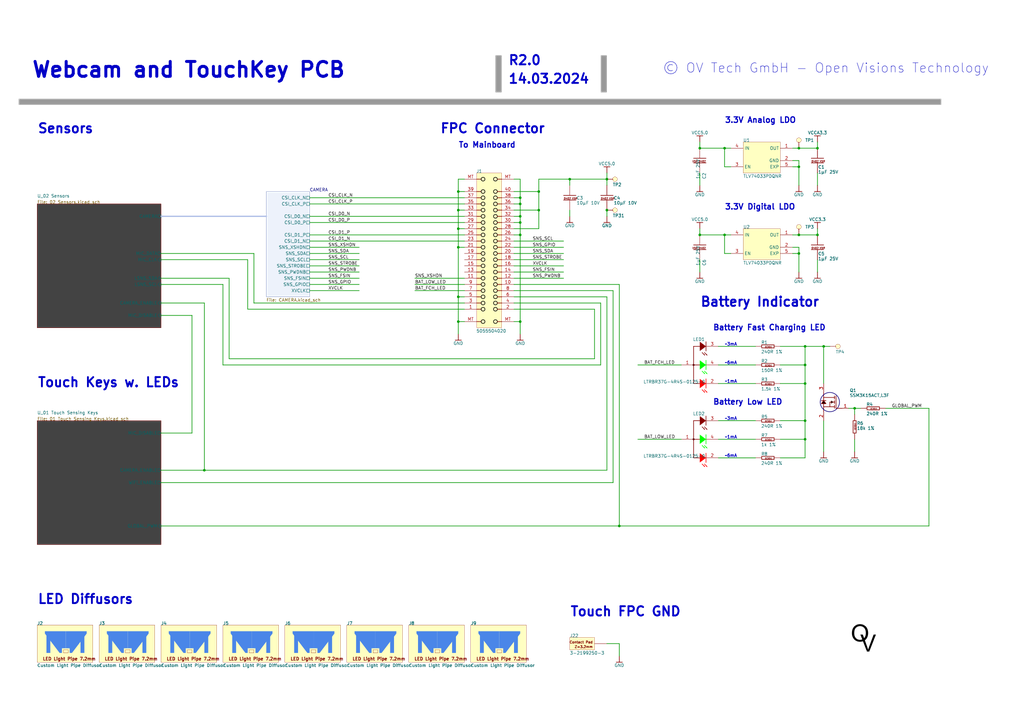
<source format=kicad_sch>
(kicad_sch (version 20231120) (generator "eeschema") (generator_version "8.0")
  (paper "A3")
  (title_block (title "00 Block Diagram") (date "2024-03-14") (rev "0.2") (company "OV Tech"))
  (lib_symbols
    (symbol "WCAM-TK-PCB-R02-altium-import:GND_BAR" (power)
      (property "Reference" "#PWR" (at 0 0 0))
      (property "Value" "GND" (at 0 3.81 0))
      (symbol "GND_BAR_0_0"
        (pin power_in line (at 0 0 0) (length 0) hide (name "GND") (number ""))
      )
    )
    (symbol "WCAM-TK-PCB-R02-altium-import:VCC3.3_BAR" (power)
      (property "Reference" "#PWR" (at 0 0 0))
      (property "Value" "VCC3.3" (at 0 3.81 0))
      (symbol "VCC3.3_BAR_0_0"
        (pin power_in line (at 0 0 0) (length 0) hide (name "VCC3.3") (number ""))
      )
    )
    (symbol "WCAM-TK-PCB-R02-altium-import:VCC5.0_BAR" (power)
      (property "Reference" "#PWR" (at 0 0 0))
      (property "Value" "VCC5.0" (at 0 3.81 0))
      (symbol "VCC5.0_BAR_0_0"
        (pin power_in line (at 0 0 0) (length 0) hide (name "VCC5.0") (number ""))
      )
    )
    (symbol "WCAM-TK-PCB-R02-altium-import:VCCA3.3_BAR" (power)
      (property "Reference" "#PWR" (at 0 0 0))
      (property "Value" "VCCA3.3" (at 0 3.81 0))
      (symbol "VCCA3.3_BAR_0_0"
        (pin power_in line (at 0 0 0) (length 0) hide (name "VCCA3.3") (number ""))
      )
    )
    (symbol "WCAM-TK-PCB-R02-altium-import:root_0_CAP_0402_10µ_10V"
      (symbol "root_0_CAP_0402_10µ_10V_1_0"
        (text "0402" (at -2.54 4.318 0) (effects (font (size 0.762 0.762)) (justify left bottom)))
        (text "X5R" (at 0.762 4.318 0) (effects (font (size 0.762 0.762)) (justify left bottom)))
        (pin passive line (at 0 10.16 270) (length 4.064) (name "1") (number "1"))
        (pin passive line (at 0 0 90) (length 4.064) (name "2") (number "2"))
      )
    )
    (symbol "WCAM-TK-PCB-R02-altium-import:root_0_CAP_0402_1µ_25V"
      (symbol "root_0_CAP_0402_1µ_25V_1_0"
        (text "0402" (at -2.54 4.318 0) (effects (font (size 0.762 0.762)) (justify left bottom)))
        (text "X5R" (at 0.762 4.318 0) (effects (font (size 0.762 0.762)) (justify left bottom)))
        (pin passive line (at 0 10.16 270) (length 4.064) (name "1") (number "1"))
        (pin passive line (at 0 0 90) (length 4.064) (name "2") (number "2"))
      )
    )
    (symbol "WCAM-TK-PCB-R02-altium-import:root_0_LDO 3.3V_TLV74033PDQNR"
      (symbol "root_0_LDO 3.3V_TLV74033PDQNR_1_0"
        (pin passive line (at 25.4 10.16 180) (length 5.08) (name "OUT") (number "1"))
        (pin passive line (at 25.4 5.08 180) (length 5.08) (name "GND") (number "2"))
        (pin passive line (at 0 2.54 0) (length 5.08) (name "EN") (number "3"))
        (pin passive line (at 0 10.16 0) (length 5.08) (name "IN") (number "4"))
        (pin passive line (at 25.4 2.54 180) (length 5.08) (name "EXP") (number "5"))
      )
    )
    (symbol "WCAM-TK-PCB-R02-altium-import:root_0_LIGHT PIPE_CUSTOM_DIFFUSOR"
      (symbol "root_0_LIGHT PIPE_CUSTOM_DIFFUSOR_1_0"
        (text "LED Light Pipe 7.2mm" (at 2.223 0.635 0) (effects (font (size 1.27 1.27) (bold yes)) (justify left bottom)))
      )
    )
    (symbol "WCAM-TK-PCB-R02-altium-import:root_0_RES_0201_1.5k_1%"
      (symbol "root_0_RES_0201_1.5k_1%_1_0"
        (text "0201" (at 3.81 -0.762 0) (effects (font (size 0.762 0.762)) (justify left bottom)))
        (pin passive line (at 0 0 0) (length 2.54) (name "1") (number "1"))
        (pin passive line (at 10.16 0 180) (length 2.54) (name "2") (number "2"))
      )
    )
    (symbol "WCAM-TK-PCB-R02-altium-import:root_0_RES_0201_150R_1%"
      (symbol "root_0_RES_0201_150R_1%_1_0"
        (text "0201" (at 3.81 -0.762 0) (effects (font (size 0.762 0.762)) (justify left bottom)))
        (pin passive line (at 0 0 0) (length 2.54) (name "1") (number "1"))
        (pin passive line (at 10.16 0 180) (length 2.54) (name "2") (number "2"))
      )
    )
    (symbol "WCAM-TK-PCB-R02-altium-import:root_0_RES_0201_1k_1%"
      (symbol "root_0_RES_0201_1k_1%_1_0"
        (text "0201" (at 3.81 -0.762 0) (effects (font (size 0.762 0.762)) (justify left bottom)))
        (pin passive line (at 0 0 0) (length 2.54) (name "1") (number "1"))
        (pin passive line (at 10.16 0 180) (length 2.54) (name "2") (number "2"))
      )
    )
    (symbol "WCAM-TK-PCB-R02-altium-import:root_0_RES_0201_240R_1%"
      (symbol "root_0_RES_0201_240R_1%_1_0"
        (text "0201" (at 3.81 -0.762 0) (effects (font (size 0.762 0.762)) (justify left bottom)))
        (pin passive line (at 0 0 0) (length 2.54) (name "1") (number "1"))
        (pin passive line (at 10.16 0 180) (length 2.54) (name "2") (number "2"))
      )
    )
    (symbol "WCAM-TK-PCB-R02-altium-import:root_0_Testpoint 0.5mm"
      (symbol "root_0_Testpoint 0.5mm_1_0"
        (pin passive line (at 0 0 0) (length 2.54) (name "TP") (number "TP"))
      )
    )
    (symbol "WCAM-TK-PCB-R02-altium-import:root_0_mirrored_CAP_0402_1µ_25V"
      (symbol "root_0_mirrored_CAP_0402_1µ_25V_1_0"
        (text "0402" (at 2.54 4.318 0) (effects (font (size 0.762 0.762)) (justify right bottom)))
        (text "X5R" (at -0.762 4.318 0) (effects (font (size 0.762 0.762)) (justify right bottom)))
        (pin passive line (at 0 10.16 270) (length 4.064) (name "1") (number "1"))
        (pin passive line (at 0 0 90) (length 4.064) (name "2") (number "2"))
      )
    )
    (symbol "WCAM-TK-PCB-R02-altium-import:root_0_mirrored_N-Channel MOSFET_SSM3K15ACT,L3F"
      (symbol "root_0_mirrored_N-Channel MOSFET_SSM3K15ACT,L3F_1_0"
        (pin passive line (at -2.54 0 180) (length 2.54) (name "G") (number "1"))
        (pin passive line (at -12.7 -5.08 90) (length 3.81) (name "S") (number "2"))
        (pin passive line (at -12.7 10.16 270) (length 3.81) (name "D") (number "3"))
      )
    )
    (symbol "WCAM-TK-PCB-R02-altium-import:root_0_mirrored_PAD_3-2199250-3"
      (symbol "root_0_mirrored_PAD_3-2199250-3_1_0"
        (text "Contact Pad" (at -5.715 0 0) (effects (font (size 1.016 1.016) (bold yes)) (justify right bottom)))
        (text "Z=3.2mm" (at -5.715 -1.905 0) (effects (font (size 1.016 1.016) (bold yes)) (justify right bottom)))
        (pin passive line (at 0 0 180) (length 5.08) (name "1") (number "1"))
      )
    )
    (symbol "WCAM-TK-PCB-R02-altium-import:root_1_LED RGB Low Profile_LTRBR37G-4R4S-0125-0"
      (symbol "root_1_LED RGB Low Profile_LTRBR37G-4R4S-0125-0_1_0"
        (pin passive line (at -15.24 12.7 0) (length 5.08) (name "1") (number "1"))
        (pin passive line (at 0 5.08 180) (length 5.08) (name "2") (number "2"))
        (pin passive line (at 0 20.32 180) (length 5.08) (name "3") (number "3"))
        (pin passive line (at 0 12.7 180) (length 5.08) (name "4") (number "4"))
      )
    )
    (symbol "WCAM-TK-PCB-R02-altium-import:root_1_RES_0201_18k_1%"
      (symbol "root_1_RES_0201_18k_1%_1_0"
        (text "0201" (at 0.762 3.81 900) (effects (font (size 0.762 0.762)) (justify left bottom)))
        (pin passive line (at 0 0 90) (length 2.54) (name "1") (number "1"))
        (pin passive line (at 0 10.16 270) (length 2.54) (name "2") (number "2"))
      )
    )
    (symbol "WCAM-TK-PCB-R02-altium-import:root_1_Testpoint 0.5mm"
      (symbol "root_1_Testpoint 0.5mm_1_0"
        (pin passive line (at 0 0 90) (length 2.54) (name "TP") (number "TP"))
      )
    )
    (symbol "WCAM-TK-PCB-R02-altium-import:root_2_mirrored_Board to Board Connector_5055504020"
      (symbol "root_2_mirrored_Board to Board Connector_5055504020_1_0"
        (pin passive line (at 0 -55.88 0) (length 5.08) (name "1") (number "1"))
        (pin passive line (at 20.32 -45.72 180) (length 5.08) (name "10") (number "10"))
        (pin passive line (at 0 -43.18 0) (length 5.08) (name "11") (number "11"))
        (pin passive line (at 20.32 -43.18 180) (length 5.08) (name "12") (number "12"))
        (pin passive line (at 0 -40.64 0) (length 5.08) (name "13") (number "13"))
        (pin passive line (at 20.32 -40.64 180) (length 5.08) (name "14") (number "14"))
        (pin passive line (at 0 -38.1 0) (length 5.08) (name "15") (number "15"))
        (pin passive line (at 20.32 -38.1 180) (length 5.08) (name "16") (number "16"))
        (pin passive line (at 0 -35.56 0) (length 5.08) (name "17") (number "17"))
        (pin passive line (at 20.32 -35.56 180) (length 5.08) (name "18") (number "18"))
        (pin passive line (at 0 -33.02 0) (length 5.08) (name "19") (number "19"))
        (pin passive line (at 20.32 -55.88 180) (length 5.08) (name "2") (number "2"))
        (pin passive line (at 20.32 -33.02 180) (length 5.08) (name "20") (number "20"))
        (pin passive line (at 0 -30.48 0) (length 5.08) (name "21") (number "21"))
        (pin passive line (at 20.32 -30.48 180) (length 5.08) (name "22") (number "22"))
        (pin passive line (at 0 -27.94 0) (length 5.08) (name "23") (number "23"))
        (pin passive line (at 20.32 -27.94 180) (length 5.08) (name "24") (number "24"))
        (pin passive line (at 0 -25.4 0) (length 5.08) (name "25") (number "25"))
        (pin passive line (at 20.32 -25.4 180) (length 5.08) (name "26") (number "26"))
        (pin passive line (at 0 -22.86 0) (length 5.08) (name "27") (number "27"))
        (pin passive line (at 20.32 -22.86 180) (length 5.08) (name "28") (number "28"))
        (pin passive line (at 0 -20.32 0) (length 5.08) (name "29") (number "29"))
        (pin passive line (at 0 -53.34 0) (length 5.08) (name "3") (number "3"))
        (pin passive line (at 20.32 -20.32 180) (length 5.08) (name "30") (number "30"))
        (pin passive line (at 0 -17.78 0) (length 5.08) (name "31") (number "31"))
        (pin passive line (at 20.32 -17.78 180) (length 5.08) (name "32") (number "32"))
        (pin passive line (at 0 -15.24 0) (length 5.08) (name "33") (number "33"))
        (pin passive line (at 20.32 -15.24 180) (length 5.08) (name "34") (number "34"))
        (pin passive line (at 0 -12.7 0) (length 5.08) (name "35") (number "35"))
        (pin passive line (at 20.32 -12.7 180) (length 5.08) (name "36") (number "36"))
        (pin passive line (at 0 -10.16 0) (length 5.08) (name "37") (number "37"))
        (pin passive line (at 20.32 -10.16 180) (length 5.08) (name "38") (number "38"))
        (pin passive line (at 0 -7.62 0) (length 5.08) (name "39") (number "39"))
        (pin passive line (at 20.32 -53.34 180) (length 5.08) (name "4") (number "4"))
        (pin passive line (at 20.32 -7.62 180) (length 5.08) (name "40") (number "40"))
        (pin passive line (at 0 -50.8 0) (length 5.08) (name "5") (number "5"))
        (pin passive line (at 20.32 -50.8 180) (length 5.08) (name "6") (number "6"))
        (pin passive line (at 0 -48.26 0) (length 5.08) (name "7") (number "7"))
        (pin passive line (at 20.32 -48.26 180) (length 5.08) (name "8") (number "8"))
        (pin passive line (at 0 -45.72 0) (length 5.08) (name "9") (number "9"))
        (pin passive line (at 0 -60.96 0) (length 5.08) (name "MT") (number "MT"))
        (pin passive line (at 0 -2.54 0) (length 5.08) (name "MT") (number "MT"))
        (pin passive line (at 20.32 -60.96 180) (length 5.08) (name "MT") (number "MT"))
        (pin passive line (at 20.32 -2.54 180) (length 5.08) (name "MT") (number "MT"))
      )
    )
  )
  (junction (at 330.2 180.1622))
  (junction (at 187.96 78.5622))
  (junction (at 187.96 121.7422))
  (junction (at 335.28 96.3422))
  (junction (at 330.2 142.0622))
  (junction (at 248.92 86.1822))
  (junction (at 335.28 60.7822))
  (junction (at 297.18 96.3422))
  (junction (at 327.66 96.3422))
  (junction (at 233.68 73.4822))
  (junction (at 213.36 96.3422))
  (junction (at 287.02 96.3422))
  (junction (at 213.36 88.7222))
  (junction (at 220.98 86.1822))
  (junction (at 330.2 172.5422))
  (junction (at 327.66 68.4022))
  (junction (at 213.36 81.1022))
  (junction (at 330.2 149.6822))
  (junction (at 297.18 60.7822))
  (junction (at 327.66 60.7822))
  (junction (at 83.82 192.8622))
  (junction (at 213.36 131.9022))
  (junction (at 187.96 86.1822))
  (junction (at 287.02 60.7822))
  (junction (at 330.2 157.3022))
  (junction (at 254 215.7222))
  (junction (at 350.52 167.4622))
  (junction (at 187.96 101.4222))
  (junction (at 187.96 93.8022))
  (junction (at 248.92 73.4822))
  (junction (at 187.96 131.9022))
  (junction (at 337.82 142.0622))
  (junction (at 213.36 83.6422))
  (junction (at 213.36 91.2622))
  (junction (at 220.98 78.5622))
  (junction (at 327.66 103.9622))
  (wire (pts (xy 294.64 149.6822) (xy 309.88 149.6822)) (stroke (width 0.254)))
  (wire (pts (xy 335.28 111.5822) (xy 335.28 106.5022)) (stroke (width 0.254)))
  (wire (pts (xy 93.98 114.1222) (xy 93.98 147.1422)) (stroke (width 0.254)))
  (wire (pts (xy 190.5 101.4222) (xy 187.96 101.4222)) (stroke (width 0.254)))
  (wire (pts (xy 190.5 114.1222) (xy 170.18 114.1222)) (stroke (width 0.254)))
  (wire (pts (xy 325.12 101.4222) (xy 327.66 101.4222)) (stroke (width 0.254)))
  (wire (pts (xy 127 103.9622) (xy 147.32 103.9622)) (stroke (width 0.254)))
  (wire (pts (xy 325.12 60.7822) (xy 327.66 60.7822)) (stroke (width 0.254)))
  (wire (pts (xy 210.82 96.3422) (xy 213.36 96.3422)) (stroke (width 0.254)))
  (wire (pts (xy 330.2 142.0622) (xy 320.04 142.0622)) (stroke (width 0.254)))
  (wire (pts (xy 347.98 167.4622) (xy 350.52 167.4622)) (stroke (width 0.254)))
  (wire (pts (xy 127 88.7222) (xy 190.5 88.7222)) (stroke (width 0.254)))
  (wire (pts (xy 248.92 121.7422) (xy 210.82 121.7422)) (stroke (width 0.254)))
  (wire (pts (xy 381 167.4622) (xy 363.22 167.4622)) (stroke (width 0.254)))
  (wire (pts (xy 83.82 192.8622) (xy 248.92 192.8622)) (stroke (width 0.254)))
  (wire (pts (xy 190.5 116.6622) (xy 170.18 116.6622)) (stroke (width 0.254)))
  (wire (pts (xy 190.5 86.1822) (xy 187.96 86.1822)) (stroke (width 0.254)))
  (wire (pts (xy 210.82 86.1822) (xy 220.98 86.1822)) (stroke (width 0.254)))
  (wire (pts (xy 127 109.0422) (xy 147.32 109.0422)) (stroke (width 0.254)))
  (wire (pts (xy 210.82 93.8022) (xy 220.98 93.8022)) (stroke (width 0.254)))
  (wire (pts (xy 287.02 60.7822) (xy 297.18 60.7822)) (stroke (width 0.254)))
  (wire (pts (xy 327.66 101.4222) (xy 327.66 103.9622)) (stroke (width 0.254)))
  (wire (pts (xy 330.2 172.5422) (xy 330.2 157.3022)) (stroke (width 0.254)))
  (wire (pts (xy 170.18 119.2022) (xy 190.5 119.2022)) (stroke (width 0.254)))
  (wire (pts (xy 190.5 93.8022) (xy 187.96 93.8022)) (stroke (width 0.254)))
  (wire (pts (xy 297.18 103.9622) (xy 297.18 96.3422)) (stroke (width 0.254)))
  (wire (pts (xy 233.68 73.4822) (xy 233.68 76.0222)) (stroke (width 0.254)))
  (wire (pts (xy 66.04 114.1222) (xy 93.98 114.1222)) (stroke (width 0.254)))
  (wire (pts (xy 243.84 147.1422) (xy 243.84 126.8222)) (stroke (width 0.254)))
  (wire (pts (xy 210.82 81.1022) (xy 213.36 81.1022)) (stroke (width 0.254)))
  (wire (pts (xy 233.68 86.1822) (xy 233.68 88.7222)) (stroke (width 0.254)))
  (wire (pts (xy 104.14 103.9622) (xy 104.14 124.2822)) (stroke (width 0.254)))
  (wire (pts (xy 251.46 119.2022) (xy 251.46 197.9422)) (stroke (width 0.254)))
  (wire (pts (xy 187.96 86.1822) (xy 187.96 78.5622)) (stroke (width 0.254)))
  (wire (pts (xy 248.92 86.1822) (xy 248.92 88.7222)) (stroke (width 0.254)))
  (wire (pts (xy 78.74 177.6222) (xy 78.74 129.3622)) (stroke (width 0.254)))
  (wire (pts (xy 213.36 81.1022) (xy 213.36 83.6422)) (stroke (width 0.254)))
  (wire (pts (xy 294.64 187.7822) (xy 309.88 187.7822)) (stroke (width 0.254)))
  (wire (pts (xy 330.2 142.0622) (xy 337.82 142.0622)) (stroke (width 0.254)))
  (wire (pts (xy 320.04 180.1622) (xy 330.2 180.1622)) (stroke (width 0.254)))
  (wire (pts (xy 213.36 91.2622) (xy 213.36 88.7222)) (stroke (width 0.254)))
  (wire (pts (xy 299.72 68.4022) (xy 297.18 68.4022)) (stroke (width 0.254)))
  (wire (pts (xy 78.74 129.3622) (xy 66.04 129.3622)) (stroke (width 0.254)))
  (wire (pts (xy 294.64 172.5422) (xy 309.88 172.5422)) (stroke (width 0.254)))
  (wire (pts (xy 320.04 187.7822) (xy 330.2 187.7822)) (stroke (width 0.254)))
  (wire (pts (xy 350.52 167.4622) (xy 353.06 167.4622)) (stroke (width 0.254)))
  (wire (pts (xy 91.44 149.6822) (xy 91.44 116.6622)) (stroke (width 0.254)))
  (wire (pts (xy 210.82 101.4222) (xy 231.14 101.4222)) (stroke (width 0.254)))
  (wire (pts (xy 91.44 116.6622) (xy 66.04 116.6622)) (stroke (width 0.254)))
  (wire (pts (xy 381 215.7222) (xy 381 167.4622)) (stroke (width 0.254)))
  (wire (pts (xy 190.5 121.7422) (xy 187.96 121.7422)) (stroke (width 0.254)))
  (wire (pts (xy 210.82 91.2622) (xy 213.36 91.2622)) (stroke (width 0.254)))
  (wire (pts (xy 327.66 60.7822) (xy 335.28 60.7822)) (stroke (width 0.254)))
  (wire (pts (xy 325.12 103.9622) (xy 327.66 103.9622)) (stroke (width 0.254)))
  (wire (pts (xy 254 269.0622) (xy 254 263.9822)) (stroke (width 0.254)))
  (wire (pts (xy 327.66 65.8622) (xy 327.66 68.4022)) (stroke (width 0.254)))
  (wire (pts (xy 213.36 91.2622) (xy 213.36 96.3422)) (stroke (width 0.254)))
  (wire (pts (xy 287.02 58.2422) (xy 287.02 60.7822)) (stroke (width 0.254)))
  (wire (pts (xy 66.04 124.2822) (xy 83.82 124.2822)) (stroke (width 0.254)))
  (wire (pts (xy 297.18 96.3422) (xy 299.72 96.3422)) (stroke (width 0.254)))
  (wire (pts (xy 327.66 96.3422) (xy 335.28 96.3422)) (stroke (width 0.254)))
  (wire (pts (xy 187.96 73.4822) (xy 190.5 73.4822)) (stroke (width 0.254)))
  (wire (pts (xy 327.66 68.4022) (xy 327.66 76.0222)) (stroke (width 0.254)))
  (wire (pts (xy 246.38 149.6822) (xy 91.44 149.6822)) (stroke (width 0.254)))
  (wire (pts (xy 127 96.3422) (xy 190.5 96.3422)) (stroke (width 0.254)))
  (wire (pts (xy 93.98 147.1422) (xy 243.84 147.1422)) (stroke (width 0.254)))
  (wire (pts (xy 187.96 93.8022) (xy 187.96 86.1822)) (stroke (width 0.254)))
  (wire (pts (xy 187.96 78.5622) (xy 187.96 73.4822)) (stroke (width 0.254)))
  (wire (pts (xy 254 116.6622) (xy 210.82 116.6622)) (stroke (width 0.254)))
  (wire (pts (xy 66.04 215.7222) (xy 254 215.7222)) (stroke (width 0.254)))
  (wire (pts (xy 190.5 126.8222) (xy 101.6 126.8222)) (stroke (width 0.254)))
  (wire (pts (xy 325.12 96.3422) (xy 327.66 96.3422)) (stroke (width 0.254)))
  (wire (pts (xy 325.12 68.4022) (xy 327.66 68.4022)) (stroke (width 0.254)))
  (wire (pts (xy 187.96 121.7422) (xy 187.96 101.4222)) (stroke (width 0.254)))
  (wire (pts (xy 297.18 60.7822) (xy 299.72 60.7822)) (stroke (width 0.254)))
  (wire (pts (xy 335.28 76.0222) (xy 335.28 70.9422)) (stroke (width 0.254)))
  (wire (pts (xy 330.2 149.6822) (xy 330.2 142.0622)) (stroke (width 0.254)))
  (wire (pts (xy 104.14 124.2822) (xy 190.5 124.2822)) (stroke (width 0.254)))
  (wire (pts (xy 220.98 73.4822) (xy 233.68 73.4822)) (stroke (width 0.254)))
  (wire (pts (xy 190.5 83.6422) (xy 127 83.6422)) (stroke (width 0.254)))
  (wire (pts (xy 213.36 136.9822) (xy 213.36 131.9022)) (stroke (width 0.254)))
  (wire (pts (xy 248.92 192.8622) (xy 248.92 121.7422)) (stroke (width 0.254)))
  (wire (pts (xy 210.82 114.1222) (xy 231.14 114.1222)) (stroke (width 0.254)))
  (wire (pts (xy 330.2 187.7822) (xy 330.2 180.1622)) (stroke (width 0.254)))
  (wire (pts (xy 101.6 106.5022) (xy 66.04 106.5022)) (stroke (width 0.254)))
  (wire (pts (xy 210.82 119.2022) (xy 251.46 119.2022)) (stroke (width 0.254)))
  (wire (pts (xy 210.82 103.9622) (xy 231.14 103.9622)) (stroke (width 0.254)))
  (wire (pts (xy 337.82 142.0622) (xy 337.82 157.3022)) (stroke (width 0.254)))
  (wire (pts (xy 254 263.9822) (xy 248.92 263.9822)) (stroke (width 0.254)))
  (wire (pts (xy 127 111.5822) (xy 147.32 111.5822)) (stroke (width 0.254)))
  (wire (pts (xy 187.96 131.9022) (xy 187.96 121.7422)) (stroke (width 0.254)))
  (wire (pts (xy 340.36 142.0622) (xy 337.82 142.0622)) (stroke (width 0.254)))
  (wire (pts (xy 213.36 73.4822) (xy 213.36 81.1022)) (stroke (width 0.254)))
  (wire (pts (xy 248.92 73.4822) (xy 248.92 70.9422)) (stroke (width 0.254)))
  (wire (pts (xy 330.2 172.5422) (xy 320.04 172.5422)) (stroke (width 0.254)))
  (wire (pts (xy 220.98 78.5622) (xy 220.98 73.4822)) (stroke (width 0.254)))
  (wire (pts (xy 279.4 149.6822) (xy 261.62 149.6822)) (stroke (width 0.254)))
  (wire (pts (xy 309.88 180.1622) (xy 294.64 180.1622)) (stroke (width 0.254)))
  (wire (pts (xy 294.64 142.0622) (xy 309.88 142.0622)) (stroke (width 0.254)))
  (wire (pts (xy 350.52 180.1622) (xy 350.52 185.2422)) (stroke (width 0.254)))
  (wire (pts (xy 327.66 103.9622) (xy 327.66 111.5822)) (stroke (width 0.254)))
  (wire (pts (xy 299.72 103.9622) (xy 297.18 103.9622)) (stroke (width 0.254)))
  (wire (pts (xy 210.82 109.0422) (xy 231.14 109.0422)) (stroke (width 0.254)))
  (wire (pts (xy 83.82 124.2822) (xy 83.82 192.8622)) (stroke (width 0.254)))
  (wire (pts (xy 210.82 88.7222) (xy 213.36 88.7222)) (stroke (width 0.254)))
  (wire (pts (xy 287.02 93.8022) (xy 287.02 96.3422)) (stroke (width 0.254)))
  (wire (pts (xy 233.68 73.4822) (xy 248.92 73.4822)) (stroke (width 0.254)))
  (wire (pts (xy 261.62 180.1622) (xy 279.4 180.1622)) (stroke (width 0.254)))
  (polyline (pts (xy 109.22 88.7222) (xy 66.04 88.7222)) (stroke (width 0.508) (type solid) (color 173 188 231 1)))
  (wire (pts (xy 101.6 126.8222) (xy 101.6 106.5022)) (stroke (width 0.254)))
  (wire (pts (xy 335.28 60.7822) (xy 335.28 58.2422)) (stroke (width 0.254)))
  (wire (pts (xy 190.5 78.5622) (xy 187.96 78.5622)) (stroke (width 0.254)))
  (wire (pts (xy 127 114.1222) (xy 147.32 114.1222)) (stroke (width 0.254)))
  (wire (pts (xy 213.36 83.6422) (xy 213.36 88.7222)) (stroke (width 0.254)))
  (wire (pts (xy 337.82 172.5422) (xy 337.82 185.2422)) (stroke (width 0.254)))
  (wire (pts (xy 335.28 96.3422) (xy 335.28 93.8022)) (stroke (width 0.254)))
  (wire (pts (xy 294.64 157.3022) (xy 309.88 157.3022)) (stroke (width 0.254)))
  (wire (pts (xy 210.82 98.8822) (xy 231.14 98.8822)) (stroke (width 0.254)))
  (wire (pts (xy 248.92 73.4822) (xy 248.92 76.0222)) (stroke (width 0.254)))
  (wire (pts (xy 220.98 86.1822) (xy 220.98 78.5622)) (stroke (width 0.254)))
  (wire (pts (xy 325.12 65.8622) (xy 327.66 65.8622)) (stroke (width 0.254)))
  (wire (pts (xy 127 106.5022) (xy 147.32 106.5022)) (stroke (width 0.254)))
  (wire (pts (xy 330.2 180.1622) (xy 330.2 172.5422)) (stroke (width 0.254)))
  (wire (pts (xy 66.04 177.6222) (xy 78.74 177.6222)) (stroke (width 0.254)))
  (wire (pts (xy 297.18 68.4022) (xy 297.18 60.7822)) (stroke (width 0.254)))
  (wire (pts (xy 213.36 131.9022) (xy 210.82 131.9022)) (stroke (width 0.254)))
  (wire (pts (xy 210.82 78.5622) (xy 220.98 78.5622)) (stroke (width 0.254)))
  (wire (pts (xy 251.46 197.9422) (xy 66.04 197.9422)) (stroke (width 0.254)))
  (wire (pts (xy 320.04 157.3022) (xy 330.2 157.3022)) (stroke (width 0.254)))
  (wire (pts (xy 287.02 96.3422) (xy 297.18 96.3422)) (stroke (width 0.254)))
  (wire (pts (xy 330.2 157.3022) (xy 330.2 149.6822)) (stroke (width 0.254)))
  (wire (pts (xy 187.96 131.9022) (xy 190.5 131.9022)) (stroke (width 0.254)))
  (wire (pts (xy 127 101.4222) (xy 147.32 101.4222)) (stroke (width 0.254)))
  (wire (pts (xy 190.5 91.2622) (xy 127 91.2622)) (stroke (width 0.254)))
  (wire (pts (xy 287.02 111.5822) (xy 287.02 106.5022)) (stroke (width 0.254)))
  (wire (pts (xy 66.04 103.9622) (xy 104.14 103.9622)) (stroke (width 0.254)))
  (wire (pts (xy 350.52 167.4622) (xy 350.52 170.0022)) (stroke (width 0.254)))
  (wire (pts (xy 254 215.7222) (xy 254 116.6622)) (stroke (width 0.254)))
  (wire (pts (xy 243.84 126.8222) (xy 210.82 126.8222)) (stroke (width 0.254)))
  (wire (pts (xy 127 119.2022) (xy 147.32 119.2022)) (stroke (width 0.254)))
  (wire (pts (xy 66.04 192.8622) (xy 83.82 192.8622)) (stroke (width 0.254)))
  (wire (pts (xy 213.36 96.3422) (xy 213.36 131.9022)) (stroke (width 0.254)))
  (wire (pts (xy 320.04 149.6822) (xy 330.2 149.6822)) (stroke (width 0.254)))
  (wire (pts (xy 246.38 124.2822) (xy 246.38 149.6822)) (stroke (width 0.254)))
  (wire (pts (xy 190.5 98.8822) (xy 127 98.8822)) (stroke (width 0.254)))
  (wire (pts (xy 220.98 93.8022) (xy 220.98 86.1822)) (stroke (width 0.254)))
  (wire (pts (xy 187.96 136.9822) (xy 187.96 131.9022)) (stroke (width 0.254)))
  (wire (pts (xy 287.02 76.0222) (xy 287.02 70.9422)) (stroke (width 0.254)))
  (wire (pts (xy 254 215.7222) (xy 381 215.7222)) (stroke (width 0.254)))
  (wire (pts (xy 210.82 73.4822) (xy 213.36 73.4822)) (stroke (width 0.254)))
  (wire (pts (xy 210.82 124.2822) (xy 246.38 124.2822)) (stroke (width 0.254)))
  (wire (pts (xy 127 81.1022) (xy 190.5 81.1022)) (stroke (width 0.254)))
  (wire (pts (xy 187.96 101.4222) (xy 187.96 93.8022)) (stroke (width 0.254)))
  (wire (pts (xy 210.82 111.5822) (xy 231.14 111.5822)) (stroke (width 0.254)))
  (wire (pts (xy 210.82 83.6422) (xy 213.36 83.6422)) (stroke (width 0.254)))
  (wire (pts (xy 210.82 106.5022) (xy 231.14 106.5022)) (stroke (width 0.254)))
  (wire (pts (xy 127 116.6622) (xy 147.32 116.6622)) (stroke (width 0.254)))
  (rectangle (start 248.92 22.6822) (end 246.38 37.9222) (stroke (width 0.0254) (color 255 255 255 1)) (fill (type color) (color 153 153 153 1)))
  (rectangle (start 205.74 22.6822) (end 203.2 37.9222) (stroke (width 0.0254) (color 255 255 255 1)) (fill (type color) (color 153 153 153 1)))
  (rectangle (start 386.08 40.4622) (end 7.62 43.0022) (stroke (width 0.0254) (color 255 255 255 1)) (fill (type color) (color 153 153 153 1)))
  (image (at 354.33 261.62) (scale 0.0578808))
  (text "Battery Low LED" (at 292.354 163.6522 0) (effects (font (size 2.286 2.286) (bold yes)) (justify left top)))
  (text "~6mA" (at 297.18 187.7822 0) (effects (font (size 1.27 1.27) (bold yes)) (justify left bottom)))
  (text "To Mainboard" (at 187.96 58.2422 0) (effects (font (size 2.286 2.286) (bold yes)) (justify left top)))
  (text "Sensors" (at 15.24 50.6222 0) (effects (font (size 3.81 3.81) (bold yes)) (justify left top)))
  (text "3.3V Analog LDO" (at 297.18 48.0822 0) (effects (font (size 2.286 2.286) (bold yes)) (justify left top)))
  (text "Webcam and TouchKey PCB" (at 12.7 25.2222 0) (effects (font (size 6.096 6.096) (bold yes)) (justify left top)))
  (text "Touch FPC GND" (at 233.68 248.7422 0) (effects (font (size 3.81 3.81) (bold yes)) (justify left top)))
  (text "© OV Tech GmbH - Open Visions Technology" (at 271.78 30.3022 0) (effects (font (size 3.81 3.81)) (justify left bottom)))
  (text "FPC Connector" (at 180.34 50.6222 0) (effects (font (size 3.81 3.81) (bold yes)) (justify left top)))
  (text "LED Diffusors" (at 15.24 243.6622 0) (effects (font (size 3.81 3.81) (bold yes)) (justify left top)))
  (text "Battery Indicator" (at 287.02 121.7422 0) (effects (font (size 3.81 3.81) (bold yes)) (justify left top)))
  (text "R2.0" (at 208.28 22.6822 0) (effects (font (size 3.81 3.81) (bold yes)) (justify left top)))
  (text "3.3V Digital LDO" (at 297.18 83.6422 0) (effects (font (size 2.286 2.286) (bold yes)) (justify left top)))
  (text "Touch Keys w. LEDs" (at 15.24 154.7622 0) (effects (font (size 3.81 3.81) (bold yes)) (justify left top)))
  (text "~3mA" (at 297.18 142.0622 0) (effects (font (size 1.27 1.27) (bold yes)) (justify left bottom)))
  (text "~1mA" (at 297.18 180.1622 0) (effects (font (size 1.27 1.27) (bold yes)) (justify left bottom)))
  (text "~6mA" (at 297.18 149.6822 0) (effects (font (size 1.27 1.27) (bold yes)) (justify left bottom)))
  (text "14.03.2024\n" (at 208.28 30.3022 0) (effects (font (size 3.81 3.81) (bold yes)) (justify left top)))
  (text "~3mA" (at 297.18 172.5422 0) (effects (font (size 1.27 1.27) (bold yes)) (justify left bottom)))
  (text "Battery Fast Charging LED" (at 292.354 133.1722 0) (effects (font (size 2.286 2.286) (bold yes)) (justify left top)))
  (text "~1mA" (at 297.18 157.3022 0) (effects (font (size 1.27 1.27) (bold yes)) (justify left bottom)))
  (label "CSI_D0_N" (at 134.62 88.7222 0))
  (label "SNS_GPIO" (at 218.44 101.4222 0))
  (label "CSI_D1_N" (at 134.62 98.8822 0))
  (label "SNS_FSIN" (at 134.62 114.1222 0))
  (label "SNS_XSHDN" (at 134.62 101.4222 0))
  (label "CSI_D0_P" (at 134.62 91.2622 0))
  (label "SNS_STROBE" (at 134.62 109.0422 0))
  (label "BAT_LOW_LED" (at 264.16 180.1622 0))
  (label "SNS_GPIO" (at 134.62 116.6622 0))
  (label "SNS_PWDNB" (at 218.44 114.1222 0))
  (label "BAT_LOW_LED" (at 170.18 116.6622 0))
  (label "GLOBAL_PWM" (at 365.76 167.4622 0))
  (label "XVCLK" (at 218.44 109.0422 0))
  (label "BAT_FCH_LED" (at 170.18 119.2022 0))
  (label "SNS_SCL" (at 218.44 98.8822 0))
  (label "SNS_SDA" (at 218.44 103.9622 0))
  (label "SNS_XSHDN" (at 170.18 114.1222 0))
  (label "CSI_CLK_P" (at 134.62 83.6422 0))
  (label "CSI_CLK_N" (at 134.62 81.1022 0))
  (label "SNS_SDA" (at 134.62 103.9622 0))
  (label "SNS_STROBE" (at 218.44 106.5022 0))
  (label "CSI_D1_P" (at 134.62 96.3422 0))
  (label "SNS_PWDNB" (at 134.62 111.5822 0))
  (label "BAT_FCH_LED" (at 264.16 149.6822 0))
  (label "XVCLK" (at 134.62 119.2022 0))
  (label "SNS_SCL" (at 134.62 106.5022 0))
  (label "SNS_FSIN" (at 218.44 111.5822 0))
  (symbol (lib_id "WCAM-TK-PCB-R02-altium-import:root_1_LED RGB Low Profile_LTRBR37G-4R4S-0125-0") (at 294.64 162.3822 0) (unit 1)
    (property "Reference" "LED1" (at 284.2 139.9032 0) (effects (justify left bottom)))
    (property "Value" "LTRBR37G-4R4S-0125-0" (at 263.88 157.3022 0) (effects (justify left bottom)))
    (property "Footprint" "QV_LED.PcbLib:LED 120X120 LTRB R37G RGB" (effects (hide yes)))
    (property "MANUFACTURER 1" "ams OSRAM" (effects (hide yes)))
    (property "MANUFACTURER 1 PRT. NR." "LTRBR37G-4R4S-0125-0" (effects (hide yes)))
  )
  (symbol (lib_id "WCAM-TK-PCB-R02-altium-import:VCC5.0_BAR") (at 287.02 58.2422 180) (unit 1)
    (property "Reference" "#PWR?" (effects (hide yes)))
    (property "Value" "VCC5.0" (at 287.02 54.4322 0))
  )
  (symbol (lib_id "WCAM-TK-PCB-R02-altium-import:root_0_CAP_0402_1µ_25V") (at 335.28 70.9422 0) (unit 1)
    (property "Reference" "C1" (at 335.534 69.2272 0) (effects (justify left bottom)))
    (property "Value" "1µF 25V" (at 335.534 71.2592 0) (effects (justify left bottom)))
    (property "Footprint" "QV_Cap.pcblib:CAPC1005X06L" (effects (hide yes)))
    (property "MANUFACTURER 1" "Murata Electronics" (effects (hide yes)))
    (property "MANUFACTURER 1 PRT. NR." "GRM155R61E105KE11D" (effects (hide yes)))
    (property "MANUFACTURER 2" "Walsin" (effects (hide yes)))
    (property "MANUFACTURER 2 PRT. NR." "0402X105K250CT" (effects (hide yes)))
  )
  (symbol (lib_id "WCAM-TK-PCB-R02-altium-import:root_1_RES_0201_18k_1%") (at 350.52 180.1622 0) (unit 1)
    (property "Reference" "R6" (at 351.409 174.3202 0) (effects (justify left bottom)))
    (property "Value" "18k 1%" (at 351.409 176.3522 0) (effects (justify left bottom)))
    (property "Footprint" "QV_Res.pcblib:RESC0603X03L" (effects (hide yes)))
    (property "MANUFACTURER 1" "Panasonic" (effects (hide yes)))
    (property "MANUFACTURER 1 PRT. NR." "ERJ-1GNF1802C" (effects (hide yes)))
    (property "MANUFACTURER 2" "KOA Speer" (effects (hide yes)))
    (property "MANUFACTURER 2 PRT. NR." "RK73H1HTTC1802F" (effects (hide yes)))
  )
  (symbol (lib_id "WCAM-TK-PCB-R02-altium-import:GND_BAR") (at 287.02 111.5822 0) (unit 1)
    (property "Reference" "#PWR?" (effects (hide yes)))
    (property "Value" "GND" (at 287.02 115.3922 0))
  )
  (symbol (lib_id "WCAM-TK-PCB-R02-altium-import:GND_BAR") (at 248.92 88.7222 0) (unit 1)
    (property "Reference" "#PWR?" (effects (hide yes)))
    (property "Value" "GND" (at 248.92 92.5322 0))
  )
  (symbol (lib_id "WCAM-TK-PCB-R02-altium-import:root_0_mirrored_N-Channel MOSFET_SSM3K15ACT,L3F") (at 350.52 167.4622 0) (unit 1)
    (property "Reference" "Q1" (at 348.488 160.8582 0) (effects (justify left bottom)))
    (property "Value" "SSM3K15ACT,L3F" (at 348.488 162.8902 0) (effects (justify left bottom)))
    (property "Footprint" "QV_Trans.PcbLib:DFN65P100X50-3L" (effects (hide yes)))
    (property "MANUFACTURER 1" "Toshiba" (effects (hide yes)))
    (property "MANUFACTURER 1 PRT. NR." "SSM3K15ACT,L3F" (effects (hide yes)))
  )
  (symbol (lib_id "WCAM-TK-PCB-R02-altium-import:root_0_mirrored_CAP_0402_1µ_25V") (at 287.02 106.5022 0) (unit 1)
    (property "Reference" "C6" (at 289.56 109.0422 90) (effects (justify left bottom)))
    (property "Value" "1µF 25V" (at 287.02 109.0422 90) (effects (justify left bottom)))
    (property "Footprint" "QV_Cap.pcblib:CAPC1005X06L" (effects (hide yes)))
    (property "MANUFACTURER 1" "Murata Electronics" (effects (hide yes)))
    (property "MANUFACTURER 1 PRT. NR." "GRM155R61E105KE11D" (effects (hide yes)))
    (property "MANUFACTURER 2" "Walsin" (effects (hide yes)))
    (property "MANUFACTURER 2 PRT. NR." "0402X105K250CT" (effects (hide yes)))
  )
  (symbol (lib_id "WCAM-TK-PCB-R02-altium-import:VCC5.0_BAR") (at 287.02 93.8022 180) (unit 1)
    (property "Reference" "#PWR?" (effects (hide yes)))
    (property "Value" "VCC5.0" (at 287.02 89.9922 0))
  )
  (symbol (lib_id "WCAM-TK-PCB-R02-altium-import:GND_BAR") (at 335.28 76.0222 0) (unit 1)
    (property "Reference" "#PWR?" (effects (hide yes)))
    (property "Value" "GND" (at 335.28 79.8322 0))
  )
  (symbol (lib_id "WCAM-TK-PCB-R02-altium-import:root_0_RES_0201_240R_1%") (at 353.06 167.4622 0) (unit 1)
    (property "Reference" "R4" (at 355.346 166.5732 0) (effects (justify left bottom)))
    (property "Value" "240R 1%" (at 355.346 170.3832 0) (effects (justify left bottom)))
    (property "Footprint" "QV_Res.pcblib:RESC0603X03L" (effects (hide yes)))
    (property "MANUFACTURER 1" "Yageo" (effects (hide yes)))
    (property "MANUFACTURER 1 PRT. NR." "RC0201FR-07240RL" (effects (hide yes)))
    (property "MANUFACTURER 2" "Vishay / Dale" (effects (hide yes)))
    (property "MANUFACTURER 2 PRT. NR." "CRCW0201240RFNED" (effects (hide yes)))
  )
  (symbol (lib_id "WCAM-TK-PCB-R02-altium-import:VCC3.3_BAR") (at 335.28 93.8022 180) (unit 1)
    (property "Reference" "#PWR?" (effects (hide yes)))
    (property "Value" "VCC3.3" (at 335.28 89.9922 0))
  )
  (symbol (lib_id "WCAM-TK-PCB-R02-altium-import:root_0_RES_0201_1k_1%") (at 309.88 180.1622 0) (unit 1)
    (property "Reference" "R7" (at 312.166 179.2732 0) (effects (justify left bottom)))
    (property "Value" "1k 1%" (at 312.166 183.0832 0) (effects (justify left bottom)))
    (property "Footprint" "QV_Res.pcblib:RESC0603X03L" (effects (hide yes)))
    (property "MANUFACTURER 1" "Yageo" (effects (hide yes)))
    (property "MANUFACTURER 1 PRT. NR." "RC0201FR-071KL" (effects (hide yes)))
    (property "MANUFACTURER 2" "Vishay / Dale" (effects (hide yes)))
    (property "MANUFACTURER 2 PRT. NR." "CRCW02011K00FNED" (effects (hide yes)))
  )
  (symbol (lib_id "WCAM-TK-PCB-R02-altium-import:GND_BAR") (at 254 269.0622 0) (unit 1)
    (property "Reference" "#PWR?" (effects (hide yes)))
    (property "Value" "GND" (at 254 272.8722 0))
  )
  (symbol (lib_id "WCAM-TK-PCB-R02-altium-import:root_0_LDO 3.3V_TLV74033PDQNR") (at 299.72 106.5022 0) (unit 1)
    (property "Reference" "U2" (at 304.8 93.8022 0) (effects (justify left bottom)))
    (property "Value" "TLV74033PDQNR" (at 304.8 108.5342 0) (effects (justify left bottom)))
    (property "Footprint" "QV_Linear.PcbLib:X2SON-DFN" (effects (hide yes)))
    (property "MANUFACTURER 1" "Texas Instruments" (effects (hide yes)))
    (property "MANUFACTURER 1 PRT. NR." "TLV74033PDQNR" (effects (hide yes)))
  )
  (symbol (lib_id "WCAM-TK-PCB-R02-altium-import:root_0_mirrored_CAP_0402_1µ_25V") (at 287.02 70.9422 0) (unit 1)
    (property "Reference" "C2" (at 289.56 73.4822 90) (effects (justify left bottom)))
    (property "Value" "1µF 25V" (at 287.02 73.4822 90) (effects (justify left bottom)))
    (property "Footprint" "QV_Cap.pcblib:CAPC1005X06L" (effects (hide yes)))
    (property "MANUFACTURER 1" "Murata Electronics" (effects (hide yes)))
    (property "MANUFACTURER 1 PRT. NR." "GRM155R61E105KE11D" (effects (hide yes)))
    (property "MANUFACTURER 2" "Walsin" (effects (hide yes)))
    (property "MANUFACTURER 2 PRT. NR." "0402X105K250CT" (effects (hide yes)))
  )
  (symbol (lib_id "WCAM-TK-PCB-R02-altium-import:root_0_CAP_0402_10µ_10V") (at 233.68 86.1822 0) (unit 1)
    (property "Reference" "C3" (at 236.474 81.9272 0) (effects (justify left bottom)))
    (property "Value" "10µF 10V" (at 236.474 83.9592 0) (effects (justify left bottom)))
    (property "Footprint" "QV_Cap.pcblib:CAPC1005X06L" (effects (hide yes)))
    (property "MANUFACTURER 1" "Murata Electronics" (effects (hide yes)))
    (property "MANUFACTURER 1 PRT. NR." "GRM155R61A475MEAAD" (effects (hide yes)))
    (property "MANUFACTURER 2" "Taiyo Yuden" (effects (hide yes)))
    (property "MANUFACTURER 2 PRT. NR." "LMK105BBJ475MVLF" (effects (hide yes)))
  )
  (symbol (lib_id "WCAM-TK-PCB-R02-altium-import:root_1_Testpoint 0.5mm") (at 327.66 96.3422 0) (unit 1)
    (property "Reference" "TP3" (at 330.2 93.8022 0) (effects (justify left bottom)))
    (property "Value" "Testpoint 0.5mm" (effects (hide yes)))
    (property "Footprint" "QV_ElectroMech.PcbLib:TP_0.50mm" (effects (hide yes)))
  )
  (symbol (lib_id "WCAM-TK-PCB-R02-altium-import:root_0_Testpoint 0.5mm") (at 340.36 142.0622 0) (unit 1)
    (property "Reference" "TP4" (at 342.71 145.0462 0) (effects (justify left bottom)))
    (property "Value" "Testpoint 0.5mm" (effects (hide yes)))
    (property "Footprint" "QV_ElectroMech.PcbLib:TP_0.50mm" (effects (hide yes)))
  )
  (symbol (lib_id "WCAM-TK-PCB-R02-altium-import:root_0_LIGHT PIPE_CUSTOM_DIFFUSOR") (at 193.04 271.6022 0) (unit 1)
    (property "Reference" "J9" (at 193.04 256.3622 0) (effects (justify left bottom)))
    (property "Value" "Custom Light Pipe Diffusor" (at 193.04 273.6342 0) (effects (justify left bottom)))
    (property "Footprint" "QV_ElectroMech.PcbLib:LIGHT_PIPE_DIFFUSOR_CUSTOM" (effects (hide yes)))
    (property "MANUFACTURER 1" "OV Tech" (effects (hide yes)))
    (property "MANUFACTURER 1 PRT. NR." "Light Pipe 7.2mm" (effects (hide yes)))
  )
  (symbol (lib_id "WCAM-TK-PCB-R02-altium-import:GND_BAR") (at 327.66 111.5822 0) (unit 1)
    (property "Reference" "#PWR?" (effects (hide yes)))
    (property "Value" "GND" (at 327.66 115.3922 0))
  )
  (symbol (lib_id "WCAM-TK-PCB-R02-altium-import:root_0_RES_0201_1.5k_1%") (at 309.88 157.3022 0) (unit 1)
    (property "Reference" "R3" (at 312.166 156.4132 0) (effects (justify left bottom)))
    (property "Value" "1.5k 1%" (at 312.166 160.2232 0) (effects (justify left bottom)))
    (property "Footprint" "QV_Res.pcblib:RESC0603X03L" (effects (hide yes)))
    (property "MANUFACTURER 1" "Yageo" (effects (hide yes)))
    (property "MANUFACTURER 1 PRT. NR." "RC0201FR-071K5L" (effects (hide yes)))
    (property "MANUFACTURER 2" "Vishay / Dale" (effects (hide yes)))
    (property "MANUFACTURER 2 PRT. NR." "CRCW02011K50FNED" (effects (hide yes)))
  )
  (symbol (lib_id "WCAM-TK-PCB-R02-altium-import:root_0_LIGHT PIPE_CUSTOM_DIFFUSOR") (at 116.84 271.6022 0) (unit 1)
    (property "Reference" "J6" (at 116.84 256.3622 0) (effects (justify left bottom)))
    (property "Value" "Custom Light Pipe Diffusor" (at 116.84 273.6342 0) (effects (justify left bottom)))
    (property "Footprint" "QV_ElectroMech.PcbLib:LIGHT_PIPE_DIFFUSOR_CUSTOM" (effects (hide yes)))
    (property "MANUFACTURER 1" "OV Tech" (effects (hide yes)))
    (property "MANUFACTURER 1 PRT. NR." "Light Pipe 7.2mm" (effects (hide yes)))
  )
  (symbol (lib_id "WCAM-TK-PCB-R02-altium-import:root_0_CAP_0402_1µ_25V") (at 335.28 106.5022 0) (unit 1)
    (property "Reference" "C5" (at 335.534 104.7872 0) (effects (justify left bottom)))
    (property "Value" "1µF 25V" (at 335.534 106.8192 0) (effects (justify left bottom)))
    (property "Footprint" "QV_Cap.pcblib:CAPC1005X06L" (effects (hide yes)))
    (property "MANUFACTURER 1" "Murata Electronics" (effects (hide yes)))
    (property "MANUFACTURER 1 PRT. NR." "GRM155R61E105KE11D" (effects (hide yes)))
    (property "MANUFACTURER 2" "Walsin" (effects (hide yes)))
    (property "MANUFACTURER 2 PRT. NR." "0402X105K250CT" (effects (hide yes)))
  )
  (symbol (lib_id "WCAM-TK-PCB-R02-altium-import:root_0_Testpoint 0.5mm") (at 248.92 73.4822 0) (unit 1)
    (property "Reference" "TP2" (at 251.27 76.4662 0) (effects (justify left bottom)))
    (property "Value" "Testpoint 0.5mm" (effects (hide yes)))
    (property "Footprint" "QV_ElectroMech.PcbLib:TP_0.50mm" (effects (hide yes)))
  )
  (symbol (lib_id "WCAM-TK-PCB-R02-altium-import:root_0_RES_0201_240R_1%") (at 309.88 187.7822 0) (unit 1)
    (property "Reference" "R8" (at 312.166 186.8932 0) (effects (justify left bottom)))
    (property "Value" "240R 1%" (at 312.166 190.7032 0) (effects (justify left bottom)))
    (property "Footprint" "QV_Res.pcblib:RESC0603X03L" (effects (hide yes)))
    (property "MANUFACTURER 1" "Yageo" (effects (hide yes)))
    (property "MANUFACTURER 1 PRT. NR." "RC0201FR-07240RL" (effects (hide yes)))
    (property "MANUFACTURER 2" "Vishay / Dale" (effects (hide yes)))
    (property "MANUFACTURER 2 PRT. NR." "CRCW0201240RFNED" (effects (hide yes)))
  )
  (symbol (lib_id "WCAM-TK-PCB-R02-altium-import:GND_BAR") (at 350.52 185.2422 0) (unit 1)
    (property "Reference" "#PWR?" (effects (hide yes)))
    (property "Value" "GND" (at 350.52 189.0522 0))
  )
  (symbol (lib_id "WCAM-TK-PCB-R02-altium-import:root_0_LIGHT PIPE_CUSTOM_DIFFUSOR") (at 66.04 271.6022 0) (unit 1)
    (property "Reference" "J4" (at 66.04 256.3622 0) (effects (justify left bottom)))
    (property "Value" "Custom Light Pipe Diffusor" (at 66.04 273.6342 0) (effects (justify left bottom)))
    (property "Footprint" "QV_ElectroMech.PcbLib:LIGHT_PIPE_DIFFUSOR_CUSTOM" (effects (hide yes)))
    (property "MANUFACTURER 1" "OV Tech" (effects (hide yes)))
    (property "MANUFACTURER 1 PRT. NR." "Light Pipe 7.2mm" (effects (hide yes)))
  )
  (symbol (lib_id "WCAM-TK-PCB-R02-altium-import:root_0_LDO 3.3V_TLV74033PDQNR") (at 299.72 70.9422 0) (unit 1)
    (property "Reference" "U1" (at 304.8 58.2422 0) (effects (justify left bottom)))
    (property "Value" "TLV74033PDQNR" (at 304.8 72.9742 0) (effects (justify left bottom)))
    (property "Footprint" "QV_Linear.PcbLib:X2SON-DFN" (effects (hide yes)))
    (property "MANUFACTURER 1" "Texas Instruments" (effects (hide yes)))
    (property "MANUFACTURER 1 PRT. NR." "TLV74033PDQNR" (effects (hide yes)))
  )
  (symbol (lib_id "WCAM-TK-PCB-R02-altium-import:root_0_RES_0201_240R_1%") (at 309.88 142.0622 0) (unit 1)
    (property "Reference" "R1" (at 312.166 141.1732 0) (effects (justify left bottom)))
    (property "Value" "240R 1%" (at 312.166 144.9832 0) (effects (justify left bottom)))
    (property "Footprint" "QV_Res.pcblib:RESC0603X03L" (effects (hide yes)))
    (property "MANUFACTURER 1" "Yageo" (effects (hide yes)))
    (property "MANUFACTURER 1 PRT. NR." "RC0201FR-07240RL" (effects (hide yes)))
    (property "MANUFACTURER 2" "Vishay / Dale" (effects (hide yes)))
    (property "MANUFACTURER 2 PRT. NR." "CRCW0201240RFNED" (effects (hide yes)))
  )
  (symbol (lib_id "WCAM-TK-PCB-R02-altium-import:GND_BAR") (at 335.28 111.5822 0) (unit 1)
    (property "Reference" "#PWR?" (effects (hide yes)))
    (property "Value" "GND" (at 335.28 115.3922 0))
  )
  (symbol (lib_id "WCAM-TK-PCB-R02-altium-import:root_0_LIGHT PIPE_CUSTOM_DIFFUSOR") (at 167.64 271.6022 0) (unit 1)
    (property "Reference" "J8" (at 167.64 256.3622 0) (effects (justify left bottom)))
    (property "Value" "Custom Light Pipe Diffusor" (at 167.64 273.6342 0) (effects (justify left bottom)))
    (property "Footprint" "QV_ElectroMech.PcbLib:LIGHT_PIPE_DIFFUSOR_CUSTOM" (effects (hide yes)))
    (property "MANUFACTURER 1" "OV Tech" (effects (hide yes)))
    (property "MANUFACTURER 1 PRT. NR." "Light Pipe 7.2mm" (effects (hide yes)))
  )
  (symbol (lib_id "WCAM-TK-PCB-R02-altium-import:root_0_LIGHT PIPE_CUSTOM_DIFFUSOR") (at 40.64 271.6022 0) (unit 1)
    (property "Reference" "J3" (at 40.64 256.3622 0) (effects (justify left bottom)))
    (property "Value" "Custom Light Pipe Diffusor" (at 40.64 273.6342 0) (effects (justify left bottom)))
    (property "Footprint" "QV_ElectroMech.PcbLib:LIGHT_PIPE_DIFFUSOR_CUSTOM" (effects (hide yes)))
    (property "MANUFACTURER 1" "OV Tech" (effects (hide yes)))
    (property "MANUFACTURER 1 PRT. NR." "Light Pipe 7.2mm" (effects (hide yes)))
  )
  (symbol (lib_id "WCAM-TK-PCB-R02-altium-import:root_0_LIGHT PIPE_CUSTOM_DIFFUSOR") (at 15.24 271.6022 0) (unit 1)
    (property "Reference" "J2" (at 15.24 256.3622 0) (effects (justify left bottom)))
    (property "Value" "Custom Light Pipe Diffusor" (at 15.24 273.6342 0) (effects (justify left bottom)))
    (property "Footprint" "QV_ElectroMech.PcbLib:LIGHT_PIPE_DIFFUSOR_CUSTOM" (effects (hide yes)))
    (property "MANUFACTURER 1" "OV Tech" (effects (hide yes)))
    (property "MANUFACTURER 1 PRT. NR." "Light Pipe 7.2mm" (effects (hide yes)))
  )
  (symbol (lib_id "WCAM-TK-PCB-R02-altium-import:root_2_mirrored_Board to Board Connector_5055504020") (at 190.5 70.9422 0) (unit 1)
    (property "Reference" "J1" (at 195.326 70.9422 0) (effects (justify left bottom)))
    (property "Value" "5055504020" (at 195.326 136.4742 0) (effects (justify left bottom)))
    (property "Footprint" "QV_Con.PcbLib:BOARD-TO-BOARD 40POL_505550-4020" (effects (hide yes)))
    (property "MANUFACTURER 1" "Molex" (effects (hide yes)))
    (property "MANUFACTURER 1 PRT. NR." "505550-4020" (effects (hide yes)))
  )
  (symbol (lib_id "WCAM-TK-PCB-R02-altium-import:GND_BAR") (at 213.36 136.9822 0) (unit 1)
    (property "Reference" "#PWR?" (effects (hide yes)))
    (property "Value" "GND" (at 213.36 140.7922 0))
  )
  (symbol (lib_id "WCAM-TK-PCB-R02-altium-import:GND_BAR") (at 337.82 185.2422 0) (unit 1)
    (property "Reference" "#PWR?" (effects (hide yes)))
    (property "Value" "GND" (at 337.82 189.0522 0))
  )
  (symbol (lib_id "WCAM-TK-PCB-R02-altium-import:VCCA3.3_BAR") (at 335.28 58.2422 180) (unit 1)
    (property "Reference" "#PWR?" (effects (hide yes)))
    (property "Value" "VCCA3.3" (at 335.28 54.4322 0))
  )
  (symbol (lib_id "WCAM-TK-PCB-R02-altium-import:VCC5.0_BAR") (at 248.92 70.9422 180) (unit 1)
    (property "Reference" "#PWR?" (effects (hide yes)))
    (property "Value" "VCC5.0" (at 248.92 67.1322 0))
  )
  (symbol (lib_id "WCAM-TK-PCB-R02-altium-import:root_0_RES_0201_150R_1%") (at 309.88 149.6822 0) (unit 1)
    (property "Reference" "R2" (at 312.166 148.7932 0) (effects (justify left bottom)))
    (property "Value" "150R 1%" (at 312.166 152.6032 0) (effects (justify left bottom)))
    (property "Footprint" "QV_Res.pcblib:RESC0603X03L" (effects (hide yes)))
    (property "MANUFACTURER 1" "Yageo" (effects (hide yes)))
    (property "MANUFACTURER 1 PRT. NR." "RC0201FR-07150RL" (effects (hide yes)))
    (property "MANUFACTURER 2" "Vishay / Dale" (effects (hide yes)))
    (property "MANUFACTURER 2 PRT. NR." "CRCW0201150RFNED" (effects (hide yes)))
  )
  (symbol (lib_id "WCAM-TK-PCB-R02-altium-import:root_0_Testpoint 0.5mm") (at 248.92 86.1822 0) (unit 1)
    (property "Reference" "TP31" (at 251.27 89.1662 0) (effects (justify left bottom)))
    (property "Value" "Testpoint 0.5mm" (effects (hide yes)))
    (property "Footprint" "QV_ElectroMech.PcbLib:TP_0.50mm" (effects (hide yes)))
  )
  (symbol (lib_id "WCAM-TK-PCB-R02-altium-import:GND_BAR") (at 233.68 88.7222 0) (unit 1)
    (property "Reference" "#PWR?" (effects (hide yes)))
    (property "Value" "GND" (at 233.68 92.5322 0))
  )
  (symbol (lib_id "WCAM-TK-PCB-R02-altium-import:GND_BAR") (at 287.02 76.0222 0) (unit 1)
    (property "Reference" "#PWR?" (effects (hide yes)))
    (property "Value" "GND" (at 287.02 79.8322 0))
  )
  (symbol (lib_id "WCAM-TK-PCB-R02-altium-import:root_0_CAP_0402_10µ_10V") (at 248.92 86.1822 0) (unit 1)
    (property "Reference" "C4" (at 251.714 81.9272 0) (effects (justify left bottom)))
    (property "Value" "10µF 10V" (at 251.714 83.9592 0) (effects (justify left bottom)))
    (property "Footprint" "QV_Cap.pcblib:CAPC1005X06L" (effects (hide yes)))
    (property "MANUFACTURER 1" "Murata Electronics" (effects (hide yes)))
    (property "MANUFACTURER 1 PRT. NR." "GRM155R61A475MEAAD" (effects (hide yes)))
    (property "MANUFACTURER 2" "Taiyo Yuden" (effects (hide yes)))
    (property "MANUFACTURER 2 PRT. NR." "LMK105BBJ475MVLF" (effects (hide yes)))
  )
  (symbol (lib_id "WCAM-TK-PCB-R02-altium-import:root_0_RES_0201_240R_1%") (at 309.88 172.5422 0) (unit 1)
    (property "Reference" "R5" (at 312.166 171.6532 0) (effects (justify left bottom)))
    (property "Value" "240R 1%" (at 312.166 175.4632 0) (effects (justify left bottom)))
    (property "Footprint" "QV_Res.pcblib:RESC0603X03L" (effects (hide yes)))
    (property "MANUFACTURER 1" "Yageo" (effects (hide yes)))
    (property "MANUFACTURER 1 PRT. NR." "RC0201FR-07240RL" (effects (hide yes)))
    (property "MANUFACTURER 2" "Vishay / Dale" (effects (hide yes)))
    (property "MANUFACTURER 2 PRT. NR." "CRCW0201240RFNED" (effects (hide yes)))
  )
  (symbol (lib_id "WCAM-TK-PCB-R02-altium-import:root_1_LED RGB Low Profile_LTRBR37G-4R4S-0125-0") (at 294.64 192.8622 0) (unit 1)
    (property "Reference" "LED2" (at 284.2 170.3832 0) (effects (justify left bottom)))
    (property "Value" "LTRBR37G-4R4S-0125-0" (at 263.88 187.7822 0) (effects (justify left bottom)))
    (property "Footprint" "QV_LED.PcbLib:LED 120X120 LTRB R37G RGB" (effects (hide yes)))
    (property "MANUFACTURER 1" "ams OSRAM" (effects (hide yes)))
    (property "MANUFACTURER 1 PRT. NR." "LTRBR37G-4R4S-0125-0" (effects (hide yes)))
  )
  (symbol (lib_id "WCAM-TK-PCB-R02-altium-import:GND_BAR") (at 187.96 136.9822 0) (unit 1)
    (property "Reference" "#PWR?" (effects (hide yes)))
    (property "Value" "GND" (at 187.96 140.7922 0))
  )
  (symbol (lib_id "WCAM-TK-PCB-R02-altium-import:GND_BAR") (at 327.66 76.0222 0) (unit 1)
    (property "Reference" "#PWR?" (effects (hide yes)))
    (property "Value" "GND" (at 327.66 79.8322 0))
  )
  (symbol (lib_id "WCAM-TK-PCB-R02-altium-import:root_1_Testpoint 0.5mm") (at 327.66 60.7822 0) (unit 1)
    (property "Reference" "TP1" (at 330.2 58.2422 0) (effects (justify left bottom)))
    (property "Value" "Testpoint 0.5mm" (effects (hide yes)))
    (property "Footprint" "QV_ElectroMech.PcbLib:TP_0.50mm" (effects (hide yes)))
  )
  (symbol (lib_id "WCAM-TK-PCB-R02-altium-import:root_0_mirrored_PAD_3-2199250-3") (at 248.92 263.9822 0) (unit 1)
    (property "Reference" "J22" (at 233.68 261.4422 0) (effects (justify left bottom)))
    (property "Value" "3-2199250-3" (at 233.68 268.5542 0) (effects (justify left bottom)))
    (property "Footprint" "QV_ElectroMech.PcbLib:Contact Pad_3.2mm_3-2199250-3" (effects (hide yes)))
    (property "MANUFACTURER 1" "TE Connectivity" (effects (hide yes)))
    (property "MANUFACTURER 1 PRT. NR." "3-2199250-3" (effects (hide yes)))
  )
  (symbol (lib_id "WCAM-TK-PCB-R02-altium-import:root_0_LIGHT PIPE_CUSTOM_DIFFUSOR") (at 91.44 271.6022 0) (unit 1)
    (property "Reference" "J5" (at 91.44 256.3622 0) (effects (justify left bottom)))
    (property "Value" "Custom Light Pipe Diffusor" (at 91.44 273.6342 0) (effects (justify left bottom)))
    (property "Footprint" "QV_ElectroMech.PcbLib:LIGHT_PIPE_DIFFUSOR_CUSTOM" (effects (hide yes)))
    (property "MANUFACTURER 1" "OV Tech" (effects (hide yes)))
    (property "MANUFACTURER 1 PRT. NR." "Light Pipe 7.2mm" (effects (hide yes)))
  )
  (symbol (lib_id "WCAM-TK-PCB-R02-altium-import:root_0_LIGHT PIPE_CUSTOM_DIFFUSOR") (at 142.24 271.6022 0) (unit 1)
    (property "Reference" "J7" (at 142.24 256.3622 0) (effects (justify left bottom)))
    (property "Value" "Custom Light Pipe Diffusor" (at 142.24 273.6342 0) (effects (justify left bottom)))
    (property "Footprint" "QV_ElectroMech.PcbLib:LIGHT_PIPE_DIFFUSOR_CUSTOM" (effects (hide yes)))
    (property "MANUFACTURER 1" "OV Tech" (effects (hide yes)))
    (property "MANUFACTURER 1 PRT. NR." "Light Pipe 7.2mm" (effects (hide yes)))
  )
  (sheet (at 15.24 172.5422) (size 50.8 50.8) (stroke (width 0) (color 128 0 0 1)) (fill (color 67 67 67 1.0000))
    (property "Sheetname" "U_01 Touch Sensing Keys" (at 15.24 170.0022 0) (effects (justify left bottom)))
    (property "Sheetfile" "01 Touch Sensing Keys.kicad_sch" (at 15.24 172.5422 0) (effects (justify left bottom)))
    (pin "WiFi_ENABLE" output (at 66.04 197.9422 0))
    (pin "MIC_DISABLE" output (at 66.04 177.6222 0))
    (pin "GLOBAL_PWM" input (at 66.04 215.7222 0))
    (pin "CAMERA_ENABLE" output (at 66.04 192.8622 0))
  )
  (sheet (at 15.24 83.6422) (size 50.8 50.8) (stroke (width 0) (color 128 0 0 1)) (fill (color 67 67 67 1.0000))
    (property "Sheetname" "U_02 Sensors" (at 15.24 81.1022 0) (effects (justify left bottom)))
    (property "Sheetfile" "02 Sensors.kicad_sch" (at 15.24 83.6422 0) (effects (justify left bottom)))
    (pin "MIC_DATA" output (at 66.04 103.9622 0))
    (pin "MIC_CLK" input (at 66.04 106.5022 0))
    (pin "MIC_DISABLE" input (at 66.04 129.3622 0))
    (pin "LSNS_SDA" bidirectional (at 66.04 114.1222 0))
    (pin "LSNS_SCL" input (at 66.04 116.6622 0))
    (pin "CAMERA" passive (at 66.04 88.7222 0))
    (pin "CAMERA_ENABLE" input (at 66.04 124.2822 0))
  )
  (sheet (at 109.22 78.5622) (size 17.78 43.18) (stroke (width 0) (color 143 158 201 1)) (fill (color 237 242 251 1.0000))
    (property "Sheetname" "CAMERA" (at 127 78.5622 0) (effects (justify left bottom)))
    (property "Sheetfile" "CAMERA.kicad_sch" (at 109.22 122.3268 0) (effects (justify left top)))
    (pin "CSI_D0_N" passive (at 127 88.7222 0))
    (pin "CSI_D0_P" passive (at 127 91.2622 0))
    (pin "CSI_D1_N" passive (at 127 98.8822 0))
    (pin "CSI_D1_P" passive (at 127 96.3422 0))
    (pin "CSI_CLK_N" passive (at 127 81.1022 0))
    (pin "CSI_CLK_P" passive (at 127 83.6422 0))
    (pin "SNS_XSHDN" passive (at 127 101.4222 0))
    (pin "SNS_SDA" passive (at 127 103.9622 0))
    (pin "SNS_SCL" passive (at 127 106.5022 0))
    (pin "SNS_STROBE" passive (at 127 109.0422 0))
    (pin "SNS_PWDNB" passive (at 127 111.5822 0))
    (pin "SNS_FSIN" passive (at 127 114.1222 0))
    (pin "SNS_GPIO" passive (at 127 116.6622 0))
    (pin "XVCLK" passive (at 127 119.2022 0))
  )
)
</source>
